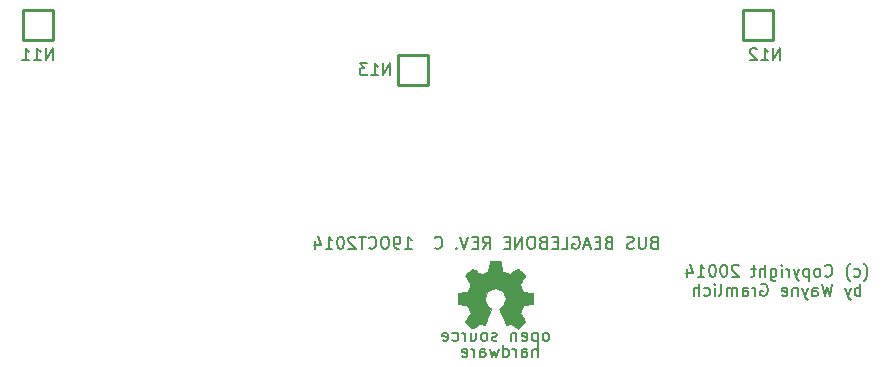
<source format=gbo>
%FSLAX36Y36*%
G04 Gerber Fmt 3.6, Leading zero omitted, Abs format (unit inch)*
G04 Created by KiCad (PCBNEW (2014-jul-16 BZR unknown)-product) date Sun 19 Oct 2014 07:04:48 PM PDT*
%MOIN*%
G01*
G04 APERTURE LIST*
%ADD10C,0.003937*%
%ADD11C,0.008000*%
%ADD12C,0.000100*%
%ADD13C,0.010000*%
G04 APERTURE END LIST*
D10*
D11*
X6077743Y-4775543D02*
X6072029Y-4777448D01*
X6070124Y-4779352D01*
X6068219Y-4783162D01*
X6068219Y-4788876D01*
X6070124Y-4792686D01*
X6072029Y-4794590D01*
X6075838Y-4796495D01*
X6091076Y-4796495D01*
X6091076Y-4756495D01*
X6077743Y-4756495D01*
X6073933Y-4758400D01*
X6072029Y-4760305D01*
X6070124Y-4764114D01*
X6070124Y-4767924D01*
X6072029Y-4771733D01*
X6073933Y-4773638D01*
X6077743Y-4775543D01*
X6091076Y-4775543D01*
X6051076Y-4756495D02*
X6051076Y-4788876D01*
X6049171Y-4792686D01*
X6047267Y-4794590D01*
X6043457Y-4796495D01*
X6035838Y-4796495D01*
X6032029Y-4794590D01*
X6030124Y-4792686D01*
X6028219Y-4788876D01*
X6028219Y-4756495D01*
X6011076Y-4794590D02*
X6005362Y-4796495D01*
X5995838Y-4796495D01*
X5992029Y-4794590D01*
X5990124Y-4792686D01*
X5988219Y-4788876D01*
X5988219Y-4785067D01*
X5990124Y-4781257D01*
X5992029Y-4779352D01*
X5995838Y-4777448D01*
X6003457Y-4775543D01*
X6007267Y-4773638D01*
X6009171Y-4771733D01*
X6011076Y-4767924D01*
X6011076Y-4764114D01*
X6009171Y-4760305D01*
X6007267Y-4758400D01*
X6003457Y-4756495D01*
X5993933Y-4756495D01*
X5988219Y-4758400D01*
X5927267Y-4775543D02*
X5921552Y-4777448D01*
X5919648Y-4779352D01*
X5917743Y-4783162D01*
X5917743Y-4788876D01*
X5919648Y-4792686D01*
X5921552Y-4794590D01*
X5925362Y-4796495D01*
X5940600Y-4796495D01*
X5940600Y-4756495D01*
X5927267Y-4756495D01*
X5923457Y-4758400D01*
X5921552Y-4760305D01*
X5919648Y-4764114D01*
X5919648Y-4767924D01*
X5921552Y-4771733D01*
X5923457Y-4773638D01*
X5927267Y-4775543D01*
X5940600Y-4775543D01*
X5900600Y-4775543D02*
X5887267Y-4775543D01*
X5881552Y-4796495D02*
X5900600Y-4796495D01*
X5900600Y-4756495D01*
X5881552Y-4756495D01*
X5866314Y-4785067D02*
X5847267Y-4785067D01*
X5870124Y-4796495D02*
X5856790Y-4756495D01*
X5843457Y-4796495D01*
X5809171Y-4758400D02*
X5812981Y-4756495D01*
X5818695Y-4756495D01*
X5824410Y-4758400D01*
X5828219Y-4762210D01*
X5830124Y-4766019D01*
X5832029Y-4773638D01*
X5832029Y-4779352D01*
X5830124Y-4786971D01*
X5828219Y-4790781D01*
X5824410Y-4794590D01*
X5818695Y-4796495D01*
X5814886Y-4796495D01*
X5809171Y-4794590D01*
X5807267Y-4792686D01*
X5807267Y-4779352D01*
X5814886Y-4779352D01*
X5771076Y-4796495D02*
X5790124Y-4796495D01*
X5790124Y-4756495D01*
X5757743Y-4775543D02*
X5744410Y-4775543D01*
X5738695Y-4796495D02*
X5757743Y-4796495D01*
X5757743Y-4756495D01*
X5738695Y-4756495D01*
X5708219Y-4775543D02*
X5702505Y-4777448D01*
X5700600Y-4779352D01*
X5698695Y-4783162D01*
X5698695Y-4788876D01*
X5700600Y-4792686D01*
X5702505Y-4794590D01*
X5706314Y-4796495D01*
X5721552Y-4796495D01*
X5721552Y-4756495D01*
X5708219Y-4756495D01*
X5704410Y-4758400D01*
X5702505Y-4760305D01*
X5700600Y-4764114D01*
X5700600Y-4767924D01*
X5702505Y-4771733D01*
X5704410Y-4773638D01*
X5708219Y-4775543D01*
X5721552Y-4775543D01*
X5673933Y-4756495D02*
X5666314Y-4756495D01*
X5662505Y-4758400D01*
X5658695Y-4762210D01*
X5656791Y-4769829D01*
X5656791Y-4783162D01*
X5658695Y-4790781D01*
X5662505Y-4794590D01*
X5666314Y-4796495D01*
X5673933Y-4796495D01*
X5677743Y-4794590D01*
X5681552Y-4790781D01*
X5683457Y-4783162D01*
X5683457Y-4769829D01*
X5681552Y-4762210D01*
X5677743Y-4758400D01*
X5673933Y-4756495D01*
X5639648Y-4796495D02*
X5639648Y-4756495D01*
X5616791Y-4796495D01*
X5616791Y-4756495D01*
X5597743Y-4775543D02*
X5584410Y-4775543D01*
X5578695Y-4796495D02*
X5597743Y-4796495D01*
X5597743Y-4756495D01*
X5578695Y-4756495D01*
X5508219Y-4796495D02*
X5521552Y-4777448D01*
X5531076Y-4796495D02*
X5531076Y-4756495D01*
X5515838Y-4756495D01*
X5512029Y-4758400D01*
X5510124Y-4760305D01*
X5508219Y-4764114D01*
X5508219Y-4769829D01*
X5510124Y-4773638D01*
X5512029Y-4775543D01*
X5515838Y-4777448D01*
X5531076Y-4777448D01*
X5491076Y-4775543D02*
X5477743Y-4775543D01*
X5472029Y-4796495D02*
X5491076Y-4796495D01*
X5491076Y-4756495D01*
X5472029Y-4756495D01*
X5460600Y-4756495D02*
X5447267Y-4796495D01*
X5433933Y-4756495D01*
X5420600Y-4792686D02*
X5418695Y-4794590D01*
X5420600Y-4796495D01*
X5422505Y-4794590D01*
X5420600Y-4792686D01*
X5420600Y-4796495D01*
X5348219Y-4792686D02*
X5350124Y-4794590D01*
X5355838Y-4796495D01*
X5359648Y-4796495D01*
X5365362Y-4794590D01*
X5369171Y-4790781D01*
X5371076Y-4786971D01*
X5372981Y-4779352D01*
X5372981Y-4773638D01*
X5371076Y-4766019D01*
X5369171Y-4762210D01*
X5365362Y-4758400D01*
X5359648Y-4756495D01*
X5355838Y-4756495D01*
X5350124Y-4758400D01*
X5348219Y-4760305D01*
X5249171Y-4796495D02*
X5272029Y-4796495D01*
X5260600Y-4796495D02*
X5260600Y-4756495D01*
X5264410Y-4762210D01*
X5268219Y-4766019D01*
X5272029Y-4767924D01*
X5230124Y-4796495D02*
X5222505Y-4796495D01*
X5218695Y-4794590D01*
X5216791Y-4792686D01*
X5212981Y-4786971D01*
X5211076Y-4779352D01*
X5211076Y-4764114D01*
X5212981Y-4760305D01*
X5214886Y-4758400D01*
X5218695Y-4756495D01*
X5226314Y-4756495D01*
X5230124Y-4758400D01*
X5232029Y-4760305D01*
X5233933Y-4764114D01*
X5233933Y-4773638D01*
X5232029Y-4777448D01*
X5230124Y-4779352D01*
X5226314Y-4781257D01*
X5218695Y-4781257D01*
X5214886Y-4779352D01*
X5212981Y-4777448D01*
X5211076Y-4773638D01*
X5186314Y-4756495D02*
X5178695Y-4756495D01*
X5174886Y-4758400D01*
X5171076Y-4762210D01*
X5169171Y-4769829D01*
X5169171Y-4783162D01*
X5171076Y-4790781D01*
X5174886Y-4794590D01*
X5178695Y-4796495D01*
X5186314Y-4796495D01*
X5190124Y-4794590D01*
X5193933Y-4790781D01*
X5195838Y-4783162D01*
X5195838Y-4769829D01*
X5193933Y-4762210D01*
X5190124Y-4758400D01*
X5186314Y-4756495D01*
X5129171Y-4792686D02*
X5131076Y-4794590D01*
X5136791Y-4796495D01*
X5140600Y-4796495D01*
X5146314Y-4794590D01*
X5150124Y-4790781D01*
X5152029Y-4786971D01*
X5153933Y-4779352D01*
X5153933Y-4773638D01*
X5152029Y-4766019D01*
X5150124Y-4762210D01*
X5146314Y-4758400D01*
X5140600Y-4756495D01*
X5136791Y-4756495D01*
X5131076Y-4758400D01*
X5129171Y-4760305D01*
X5117743Y-4756495D02*
X5094886Y-4756495D01*
X5106314Y-4796495D02*
X5106314Y-4756495D01*
X5083457Y-4760305D02*
X5081552Y-4758400D01*
X5077743Y-4756495D01*
X5068219Y-4756495D01*
X5064410Y-4758400D01*
X5062505Y-4760305D01*
X5060600Y-4764114D01*
X5060600Y-4767924D01*
X5062505Y-4773638D01*
X5085362Y-4796495D01*
X5060600Y-4796495D01*
X5035838Y-4756495D02*
X5032029Y-4756495D01*
X5028219Y-4758400D01*
X5026314Y-4760305D01*
X5024410Y-4764114D01*
X5022505Y-4771733D01*
X5022505Y-4781257D01*
X5024410Y-4788876D01*
X5026314Y-4792686D01*
X5028219Y-4794590D01*
X5032029Y-4796495D01*
X5035838Y-4796495D01*
X5039648Y-4794590D01*
X5041552Y-4792686D01*
X5043457Y-4788876D01*
X5045362Y-4781257D01*
X5045362Y-4771733D01*
X5043457Y-4764114D01*
X5041552Y-4760305D01*
X5039648Y-4758400D01*
X5035838Y-4756495D01*
X4984410Y-4796495D02*
X5007267Y-4796495D01*
X4995838Y-4796495D02*
X4995838Y-4756495D01*
X4999648Y-4762210D01*
X5003457Y-4766019D01*
X5007267Y-4767924D01*
X4950124Y-4769829D02*
X4950124Y-4796495D01*
X4959648Y-4754590D02*
X4969171Y-4783162D01*
X4944410Y-4783162D01*
X6778524Y-4904833D02*
X6780429Y-4902929D01*
X6784238Y-4897214D01*
X6786143Y-4893405D01*
X6788048Y-4887690D01*
X6789952Y-4878167D01*
X6789952Y-4870548D01*
X6788048Y-4861024D01*
X6786143Y-4855310D01*
X6784238Y-4851500D01*
X6780429Y-4845786D01*
X6778524Y-4843881D01*
X6746143Y-4887690D02*
X6749952Y-4889595D01*
X6757571Y-4889595D01*
X6761381Y-4887690D01*
X6763286Y-4885786D01*
X6765190Y-4881976D01*
X6765190Y-4870548D01*
X6763286Y-4866738D01*
X6761381Y-4864833D01*
X6757571Y-4862929D01*
X6749952Y-4862929D01*
X6746143Y-4864833D01*
X6732809Y-4904833D02*
X6730905Y-4902929D01*
X6727095Y-4897214D01*
X6725190Y-4893405D01*
X6723286Y-4887690D01*
X6721381Y-4878167D01*
X6721381Y-4870548D01*
X6723286Y-4861024D01*
X6725190Y-4855310D01*
X6727095Y-4851500D01*
X6730905Y-4845786D01*
X6732809Y-4843881D01*
X6649000Y-4885786D02*
X6650905Y-4887690D01*
X6656619Y-4889595D01*
X6660429Y-4889595D01*
X6666143Y-4887690D01*
X6669952Y-4883881D01*
X6671857Y-4880071D01*
X6673762Y-4872452D01*
X6673762Y-4866738D01*
X6671857Y-4859119D01*
X6669952Y-4855310D01*
X6666143Y-4851500D01*
X6660429Y-4849595D01*
X6656619Y-4849595D01*
X6650905Y-4851500D01*
X6649000Y-4853405D01*
X6626143Y-4889595D02*
X6629952Y-4887690D01*
X6631857Y-4885786D01*
X6633762Y-4881976D01*
X6633762Y-4870548D01*
X6631857Y-4866738D01*
X6629952Y-4864833D01*
X6626143Y-4862929D01*
X6620429Y-4862929D01*
X6616619Y-4864833D01*
X6614714Y-4866738D01*
X6612810Y-4870548D01*
X6612810Y-4881976D01*
X6614714Y-4885786D01*
X6616619Y-4887690D01*
X6620429Y-4889595D01*
X6626143Y-4889595D01*
X6595667Y-4862929D02*
X6595667Y-4902929D01*
X6595667Y-4864833D02*
X6591857Y-4862929D01*
X6584238Y-4862929D01*
X6580429Y-4864833D01*
X6578524Y-4866738D01*
X6576619Y-4870548D01*
X6576619Y-4881976D01*
X6578524Y-4885786D01*
X6580429Y-4887690D01*
X6584238Y-4889595D01*
X6591857Y-4889595D01*
X6595667Y-4887690D01*
X6563286Y-4862929D02*
X6553762Y-4889595D01*
X6544238Y-4862929D02*
X6553762Y-4889595D01*
X6557571Y-4899119D01*
X6559476Y-4901024D01*
X6563286Y-4902929D01*
X6529000Y-4889595D02*
X6529000Y-4862929D01*
X6529000Y-4870548D02*
X6527095Y-4866738D01*
X6525190Y-4864833D01*
X6521381Y-4862929D01*
X6517571Y-4862929D01*
X6504238Y-4889595D02*
X6504238Y-4862929D01*
X6504238Y-4849595D02*
X6506143Y-4851500D01*
X6504238Y-4853405D01*
X6502333Y-4851500D01*
X6504238Y-4849595D01*
X6504238Y-4853405D01*
X6468048Y-4862929D02*
X6468048Y-4895310D01*
X6469952Y-4899119D01*
X6471857Y-4901024D01*
X6475667Y-4902929D01*
X6481381Y-4902929D01*
X6485190Y-4901024D01*
X6468048Y-4887690D02*
X6471857Y-4889595D01*
X6479476Y-4889595D01*
X6483286Y-4887690D01*
X6485190Y-4885786D01*
X6487095Y-4881976D01*
X6487095Y-4870548D01*
X6485190Y-4866738D01*
X6483286Y-4864833D01*
X6479476Y-4862929D01*
X6471857Y-4862929D01*
X6468048Y-4864833D01*
X6449000Y-4889595D02*
X6449000Y-4849595D01*
X6431857Y-4889595D02*
X6431857Y-4868643D01*
X6433762Y-4864833D01*
X6437571Y-4862929D01*
X6443286Y-4862929D01*
X6447095Y-4864833D01*
X6449000Y-4866738D01*
X6418524Y-4862929D02*
X6403286Y-4862929D01*
X6412810Y-4849595D02*
X6412810Y-4883881D01*
X6410905Y-4887690D01*
X6407095Y-4889595D01*
X6403286Y-4889595D01*
X6361381Y-4853405D02*
X6359476Y-4851500D01*
X6355667Y-4849595D01*
X6346143Y-4849595D01*
X6342333Y-4851500D01*
X6340429Y-4853405D01*
X6338524Y-4857214D01*
X6338524Y-4861024D01*
X6340429Y-4866738D01*
X6363286Y-4889595D01*
X6338524Y-4889595D01*
X6313762Y-4849595D02*
X6309952Y-4849595D01*
X6306143Y-4851500D01*
X6304238Y-4853405D01*
X6302333Y-4857214D01*
X6300429Y-4864833D01*
X6300429Y-4874357D01*
X6302333Y-4881976D01*
X6304238Y-4885786D01*
X6306143Y-4887690D01*
X6309952Y-4889595D01*
X6313762Y-4889595D01*
X6317571Y-4887690D01*
X6319476Y-4885786D01*
X6321381Y-4881976D01*
X6323286Y-4874357D01*
X6323286Y-4864833D01*
X6321381Y-4857214D01*
X6319476Y-4853405D01*
X6317571Y-4851500D01*
X6313762Y-4849595D01*
X6275667Y-4849595D02*
X6271857Y-4849595D01*
X6268048Y-4851500D01*
X6266143Y-4853405D01*
X6264238Y-4857214D01*
X6262333Y-4864833D01*
X6262333Y-4874357D01*
X6264238Y-4881976D01*
X6266143Y-4885786D01*
X6268048Y-4887690D01*
X6271857Y-4889595D01*
X6275667Y-4889595D01*
X6279476Y-4887690D01*
X6281381Y-4885786D01*
X6283286Y-4881976D01*
X6285191Y-4874357D01*
X6285191Y-4864833D01*
X6283286Y-4857214D01*
X6281381Y-4853405D01*
X6279476Y-4851500D01*
X6275667Y-4849595D01*
X6224238Y-4889595D02*
X6247095Y-4889595D01*
X6235667Y-4889595D02*
X6235667Y-4849595D01*
X6239476Y-4855310D01*
X6243286Y-4859119D01*
X6247095Y-4861024D01*
X6189952Y-4862929D02*
X6189952Y-4889595D01*
X6199476Y-4847690D02*
X6209000Y-4876262D01*
X6184238Y-4876262D01*
X6767095Y-4953595D02*
X6767095Y-4913595D01*
X6767095Y-4928833D02*
X6763286Y-4926929D01*
X6755667Y-4926929D01*
X6751857Y-4928833D01*
X6749952Y-4930738D01*
X6748048Y-4934548D01*
X6748048Y-4945976D01*
X6749952Y-4949786D01*
X6751857Y-4951690D01*
X6755667Y-4953595D01*
X6763286Y-4953595D01*
X6767095Y-4951690D01*
X6734714Y-4926929D02*
X6725190Y-4953595D01*
X6715667Y-4926929D02*
X6725190Y-4953595D01*
X6729000Y-4963119D01*
X6730905Y-4965024D01*
X6734714Y-4966929D01*
X6673762Y-4913595D02*
X6664238Y-4953595D01*
X6656619Y-4925024D01*
X6649000Y-4953595D01*
X6639476Y-4913595D01*
X6607095Y-4953595D02*
X6607095Y-4932643D01*
X6609000Y-4928833D01*
X6612810Y-4926929D01*
X6620429Y-4926929D01*
X6624238Y-4928833D01*
X6607095Y-4951690D02*
X6610905Y-4953595D01*
X6620429Y-4953595D01*
X6624238Y-4951690D01*
X6626143Y-4947881D01*
X6626143Y-4944071D01*
X6624238Y-4940262D01*
X6620429Y-4938357D01*
X6610905Y-4938357D01*
X6607095Y-4936452D01*
X6591857Y-4926929D02*
X6582333Y-4953595D01*
X6572810Y-4926929D02*
X6582333Y-4953595D01*
X6586143Y-4963119D01*
X6588048Y-4965024D01*
X6591857Y-4966929D01*
X6557571Y-4926929D02*
X6557571Y-4953595D01*
X6557571Y-4930738D02*
X6555667Y-4928833D01*
X6551857Y-4926929D01*
X6546143Y-4926929D01*
X6542333Y-4928833D01*
X6540429Y-4932643D01*
X6540429Y-4953595D01*
X6506143Y-4951690D02*
X6509952Y-4953595D01*
X6517571Y-4953595D01*
X6521381Y-4951690D01*
X6523286Y-4947881D01*
X6523286Y-4932643D01*
X6521381Y-4928833D01*
X6517571Y-4926929D01*
X6509952Y-4926929D01*
X6506143Y-4928833D01*
X6504238Y-4932643D01*
X6504238Y-4936452D01*
X6523286Y-4940262D01*
X6435667Y-4915500D02*
X6439476Y-4913595D01*
X6445191Y-4913595D01*
X6450905Y-4915500D01*
X6454714Y-4919310D01*
X6456619Y-4923119D01*
X6458524Y-4930738D01*
X6458524Y-4936452D01*
X6456619Y-4944071D01*
X6454714Y-4947881D01*
X6450905Y-4951690D01*
X6445191Y-4953595D01*
X6441381Y-4953595D01*
X6435667Y-4951690D01*
X6433762Y-4949786D01*
X6433762Y-4936452D01*
X6441381Y-4936452D01*
X6416619Y-4953595D02*
X6416619Y-4926929D01*
X6416619Y-4934548D02*
X6414714Y-4930738D01*
X6412810Y-4928833D01*
X6409000Y-4926929D01*
X6405191Y-4926929D01*
X6374714Y-4953595D02*
X6374714Y-4932643D01*
X6376619Y-4928833D01*
X6380429Y-4926929D01*
X6388048Y-4926929D01*
X6391857Y-4928833D01*
X6374714Y-4951690D02*
X6378524Y-4953595D01*
X6388048Y-4953595D01*
X6391857Y-4951690D01*
X6393762Y-4947881D01*
X6393762Y-4944071D01*
X6391857Y-4940262D01*
X6388048Y-4938357D01*
X6378524Y-4938357D01*
X6374714Y-4936452D01*
X6355667Y-4953595D02*
X6355667Y-4926929D01*
X6355667Y-4930738D02*
X6353762Y-4928833D01*
X6349952Y-4926929D01*
X6344238Y-4926929D01*
X6340429Y-4928833D01*
X6338524Y-4932643D01*
X6338524Y-4953595D01*
X6338524Y-4932643D02*
X6336619Y-4928833D01*
X6332810Y-4926929D01*
X6327095Y-4926929D01*
X6323286Y-4928833D01*
X6321381Y-4932643D01*
X6321381Y-4953595D01*
X6296619Y-4953595D02*
X6300429Y-4951690D01*
X6302333Y-4947881D01*
X6302333Y-4913595D01*
X6281381Y-4953595D02*
X6281381Y-4926929D01*
X6281381Y-4913595D02*
X6283286Y-4915500D01*
X6281381Y-4917405D01*
X6279476Y-4915500D01*
X6281381Y-4913595D01*
X6281381Y-4917405D01*
X6245191Y-4951690D02*
X6249000Y-4953595D01*
X6256619Y-4953595D01*
X6260429Y-4951690D01*
X6262333Y-4949786D01*
X6264238Y-4945976D01*
X6264238Y-4934548D01*
X6262333Y-4930738D01*
X6260429Y-4928833D01*
X6256619Y-4926929D01*
X6249000Y-4926929D01*
X6245191Y-4928833D01*
X6228048Y-4953595D02*
X6228048Y-4913595D01*
X6210905Y-4953595D02*
X6210905Y-4932643D01*
X6212810Y-4928833D01*
X6216619Y-4926929D01*
X6222333Y-4926929D01*
X6226143Y-4928833D01*
X6228048Y-4930738D01*
X5691014Y-5157395D02*
X5691014Y-5117395D01*
X5673871Y-5157395D02*
X5673871Y-5136443D01*
X5675776Y-5132633D01*
X5679586Y-5130729D01*
X5685300Y-5130729D01*
X5689109Y-5132633D01*
X5691014Y-5134538D01*
X5637681Y-5157395D02*
X5637681Y-5136443D01*
X5639586Y-5132633D01*
X5643395Y-5130729D01*
X5651014Y-5130729D01*
X5654824Y-5132633D01*
X5637681Y-5155490D02*
X5641490Y-5157395D01*
X5651014Y-5157395D01*
X5654824Y-5155490D01*
X5656729Y-5151681D01*
X5656729Y-5147871D01*
X5654824Y-5144062D01*
X5651014Y-5142157D01*
X5641490Y-5142157D01*
X5637681Y-5140252D01*
X5618633Y-5157395D02*
X5618633Y-5130729D01*
X5618633Y-5138348D02*
X5616729Y-5134538D01*
X5614824Y-5132633D01*
X5611014Y-5130729D01*
X5607205Y-5130729D01*
X5576729Y-5157395D02*
X5576729Y-5117395D01*
X5576729Y-5155490D02*
X5580538Y-5157395D01*
X5588157Y-5157395D01*
X5591967Y-5155490D01*
X5593871Y-5153586D01*
X5595776Y-5149776D01*
X5595776Y-5138348D01*
X5593871Y-5134538D01*
X5591967Y-5132633D01*
X5588157Y-5130729D01*
X5580538Y-5130729D01*
X5576729Y-5132633D01*
X5561490Y-5130729D02*
X5553871Y-5157395D01*
X5546252Y-5138348D01*
X5538633Y-5157395D01*
X5531014Y-5130729D01*
X5498633Y-5157395D02*
X5498633Y-5136443D01*
X5500538Y-5132633D01*
X5504348Y-5130729D01*
X5511967Y-5130729D01*
X5515776Y-5132633D01*
X5498633Y-5155490D02*
X5502443Y-5157395D01*
X5511967Y-5157395D01*
X5515776Y-5155490D01*
X5517681Y-5151681D01*
X5517681Y-5147871D01*
X5515776Y-5144062D01*
X5511967Y-5142157D01*
X5502443Y-5142157D01*
X5498633Y-5140252D01*
X5479586Y-5157395D02*
X5479586Y-5130729D01*
X5479586Y-5138348D02*
X5477681Y-5134538D01*
X5475776Y-5132633D01*
X5471967Y-5130729D01*
X5468157Y-5130729D01*
X5439586Y-5155490D02*
X5443395Y-5157395D01*
X5451014Y-5157395D01*
X5454824Y-5155490D01*
X5456729Y-5151681D01*
X5456729Y-5136443D01*
X5454824Y-5132633D01*
X5451014Y-5130729D01*
X5443395Y-5130729D01*
X5439586Y-5132633D01*
X5437681Y-5136443D01*
X5437681Y-5140252D01*
X5456729Y-5144062D01*
X5721476Y-5103595D02*
X5725286Y-5101690D01*
X5727190Y-5099786D01*
X5729095Y-5095976D01*
X5729095Y-5084548D01*
X5727190Y-5080738D01*
X5725286Y-5078833D01*
X5721476Y-5076929D01*
X5715762Y-5076929D01*
X5711952Y-5078833D01*
X5710048Y-5080738D01*
X5708143Y-5084548D01*
X5708143Y-5095976D01*
X5710048Y-5099786D01*
X5711952Y-5101690D01*
X5715762Y-5103595D01*
X5721476Y-5103595D01*
X5691000Y-5076929D02*
X5691000Y-5116929D01*
X5691000Y-5078833D02*
X5687190Y-5076929D01*
X5679571Y-5076929D01*
X5675762Y-5078833D01*
X5673857Y-5080738D01*
X5671952Y-5084548D01*
X5671952Y-5095976D01*
X5673857Y-5099786D01*
X5675762Y-5101690D01*
X5679571Y-5103595D01*
X5687190Y-5103595D01*
X5691000Y-5101690D01*
X5639571Y-5101690D02*
X5643381Y-5103595D01*
X5651000Y-5103595D01*
X5654809Y-5101690D01*
X5656714Y-5097881D01*
X5656714Y-5082643D01*
X5654809Y-5078833D01*
X5651000Y-5076929D01*
X5643381Y-5076929D01*
X5639571Y-5078833D01*
X5637667Y-5082643D01*
X5637667Y-5086452D01*
X5656714Y-5090262D01*
X5620524Y-5076929D02*
X5620524Y-5103595D01*
X5620524Y-5080738D02*
X5618619Y-5078833D01*
X5614809Y-5076929D01*
X5609095Y-5076929D01*
X5605286Y-5078833D01*
X5603381Y-5082643D01*
X5603381Y-5103595D01*
X5555762Y-5101690D02*
X5551952Y-5103595D01*
X5544333Y-5103595D01*
X5540524Y-5101690D01*
X5538619Y-5097881D01*
X5538619Y-5095976D01*
X5540524Y-5092167D01*
X5544333Y-5090262D01*
X5550048Y-5090262D01*
X5553857Y-5088357D01*
X5555762Y-5084548D01*
X5555762Y-5082643D01*
X5553857Y-5078833D01*
X5550048Y-5076929D01*
X5544333Y-5076929D01*
X5540524Y-5078833D01*
X5515762Y-5103595D02*
X5519571Y-5101690D01*
X5521476Y-5099786D01*
X5523381Y-5095976D01*
X5523381Y-5084548D01*
X5521476Y-5080738D01*
X5519571Y-5078833D01*
X5515762Y-5076929D01*
X5510048Y-5076929D01*
X5506238Y-5078833D01*
X5504333Y-5080738D01*
X5502429Y-5084548D01*
X5502429Y-5095976D01*
X5504333Y-5099786D01*
X5506238Y-5101690D01*
X5510048Y-5103595D01*
X5515762Y-5103595D01*
X5468143Y-5076929D02*
X5468143Y-5103595D01*
X5485286Y-5076929D02*
X5485286Y-5097881D01*
X5483381Y-5101690D01*
X5479571Y-5103595D01*
X5473857Y-5103595D01*
X5470048Y-5101690D01*
X5468143Y-5099786D01*
X5449095Y-5103595D02*
X5449095Y-5076929D01*
X5449095Y-5084548D02*
X5447190Y-5080738D01*
X5445286Y-5078833D01*
X5441476Y-5076929D01*
X5437667Y-5076929D01*
X5407191Y-5101690D02*
X5411000Y-5103595D01*
X5418619Y-5103595D01*
X5422429Y-5101690D01*
X5424333Y-5099786D01*
X5426238Y-5095976D01*
X5426238Y-5084548D01*
X5424333Y-5080738D01*
X5422429Y-5078833D01*
X5418619Y-5076929D01*
X5411000Y-5076929D01*
X5407191Y-5078833D01*
X5374810Y-5101690D02*
X5378619Y-5103595D01*
X5386238Y-5103595D01*
X5390048Y-5101690D01*
X5391952Y-5097881D01*
X5391952Y-5082643D01*
X5390048Y-5078833D01*
X5386238Y-5076929D01*
X5378619Y-5076929D01*
X5374810Y-5078833D01*
X5372905Y-5082643D01*
X5372905Y-5086452D01*
X5391952Y-5090262D01*
D12*
G36*
X5625800Y-5062300D02*
X5624400Y-5061600D01*
X5621500Y-5059700D01*
X5617300Y-5057000D01*
X5612400Y-5053700D01*
X5607500Y-5050300D01*
X5603400Y-5047600D01*
X5600500Y-5045800D01*
X5599300Y-5045100D01*
X5598700Y-5045400D01*
X5596300Y-5046500D01*
X5592900Y-5048300D01*
X5591000Y-5049300D01*
X5587800Y-5050700D01*
X5586300Y-5050900D01*
X5586000Y-5050500D01*
X5584900Y-5048100D01*
X5583100Y-5044000D01*
X5580700Y-5038600D01*
X5578000Y-5032200D01*
X5575100Y-5025400D01*
X5572200Y-5018400D01*
X5569400Y-5011800D01*
X5567000Y-5005800D01*
X5565000Y-5000900D01*
X5563700Y-4997500D01*
X5563300Y-4996100D01*
X5563400Y-4995800D01*
X5565000Y-4994200D01*
X5567700Y-4992200D01*
X5573600Y-4987400D01*
X5579500Y-4980100D01*
X5583000Y-4971800D01*
X5584200Y-4962600D01*
X5583200Y-4954100D01*
X5579800Y-4945900D01*
X5574100Y-4938600D01*
X5567200Y-4933100D01*
X5559100Y-4929600D01*
X5550000Y-4928500D01*
X5541300Y-4929500D01*
X5532900Y-4932800D01*
X5525600Y-4938400D01*
X5522500Y-4942000D01*
X5518200Y-4949500D01*
X5515700Y-4957400D01*
X5515500Y-4959500D01*
X5515800Y-4968200D01*
X5518400Y-4976600D01*
X5523100Y-4984200D01*
X5529500Y-4990300D01*
X5530300Y-4990900D01*
X5533300Y-4993100D01*
X5535300Y-4994700D01*
X5536800Y-4996000D01*
X5525700Y-5022900D01*
X5523900Y-5027200D01*
X5520800Y-5034500D01*
X5518100Y-5040800D01*
X5516000Y-5045900D01*
X5514500Y-5049300D01*
X5513800Y-5050600D01*
X5513700Y-5050700D01*
X5512800Y-5050900D01*
X5510700Y-5050100D01*
X5507000Y-5048300D01*
X5504500Y-5047000D01*
X5501600Y-5045600D01*
X5500300Y-5045100D01*
X5499200Y-5045700D01*
X5496500Y-5047500D01*
X5492500Y-5050200D01*
X5487700Y-5053400D01*
X5483100Y-5056600D01*
X5478900Y-5059300D01*
X5475800Y-5061300D01*
X5474300Y-5062100D01*
X5474100Y-5062100D01*
X5472700Y-5061400D01*
X5470300Y-5059300D01*
X5466700Y-5055900D01*
X5461500Y-5050800D01*
X5460700Y-5050000D01*
X5456400Y-5045600D01*
X5453000Y-5042000D01*
X5450600Y-5039400D01*
X5449800Y-5038200D01*
X5449800Y-5038200D01*
X5450600Y-5036800D01*
X5452500Y-5033700D01*
X5455300Y-5029400D01*
X5458700Y-5024400D01*
X5467600Y-5011500D01*
X5462700Y-4999300D01*
X5461200Y-4995500D01*
X5459300Y-4991000D01*
X5457900Y-4987800D01*
X5457200Y-4986300D01*
X5455800Y-4985900D01*
X5452500Y-4985100D01*
X5447700Y-4984100D01*
X5441900Y-4983000D01*
X5436400Y-4982000D01*
X5431400Y-4981000D01*
X5427800Y-4980300D01*
X5426200Y-4980000D01*
X5425800Y-4979800D01*
X5425500Y-4979000D01*
X5425200Y-4977300D01*
X5425100Y-4974300D01*
X5425100Y-4969500D01*
X5425100Y-4962600D01*
X5425100Y-4961900D01*
X5425100Y-4955300D01*
X5425200Y-4950100D01*
X5425400Y-4946700D01*
X5425600Y-4945300D01*
X5425700Y-4945300D01*
X5427200Y-4944900D01*
X5430700Y-4944200D01*
X5435700Y-4943200D01*
X5441600Y-4942100D01*
X5442000Y-4942000D01*
X5447900Y-4940900D01*
X5452900Y-4939800D01*
X5456300Y-4939000D01*
X5457800Y-4938600D01*
X5458100Y-4938200D01*
X5459300Y-4935900D01*
X5461000Y-4932200D01*
X5463000Y-4927700D01*
X5464900Y-4923100D01*
X5466600Y-4918900D01*
X5467700Y-4915800D01*
X5468000Y-4914400D01*
X5468000Y-4914300D01*
X5467100Y-4912900D01*
X5465100Y-4909900D01*
X5462200Y-4905600D01*
X5458800Y-4900600D01*
X5458500Y-4900200D01*
X5455100Y-4895200D01*
X5452300Y-4891000D01*
X5450500Y-4888000D01*
X5449800Y-4886600D01*
X5449800Y-4886500D01*
X5450900Y-4885000D01*
X5453500Y-4882200D01*
X5457100Y-4878400D01*
X5461500Y-4874000D01*
X5462900Y-4872600D01*
X5467800Y-4867900D01*
X5471100Y-4864700D01*
X5473200Y-4863100D01*
X5474200Y-4862700D01*
X5474300Y-4862800D01*
X5475800Y-4863700D01*
X5478900Y-4865700D01*
X5483200Y-4868600D01*
X5488300Y-4872100D01*
X5488700Y-4872300D01*
X5493600Y-4875700D01*
X5497800Y-4878500D01*
X5500800Y-4880500D01*
X5502100Y-4881300D01*
X5502300Y-4881300D01*
X5504300Y-4880700D01*
X5507900Y-4879400D01*
X5512200Y-4877700D01*
X5516900Y-4875900D01*
X5521100Y-4874100D01*
X5524200Y-4872600D01*
X5525700Y-4871800D01*
X5525700Y-4871700D01*
X5526300Y-4869900D01*
X5527100Y-4866200D01*
X5528200Y-4861100D01*
X5529400Y-4854900D01*
X5529500Y-4854000D01*
X5530700Y-4848000D01*
X5531600Y-4843100D01*
X5532300Y-4839700D01*
X5532700Y-4838300D01*
X5533500Y-4838100D01*
X5536400Y-4837900D01*
X5540900Y-4837800D01*
X5546200Y-4837700D01*
X5551900Y-4837700D01*
X5557400Y-4837900D01*
X5562100Y-4838000D01*
X5565500Y-4838300D01*
X5566900Y-4838500D01*
X5566900Y-4838600D01*
X5567500Y-4840500D01*
X5568300Y-4844200D01*
X5569300Y-4849400D01*
X5570500Y-4855500D01*
X5570700Y-4856600D01*
X5571800Y-4862500D01*
X5572800Y-4867400D01*
X5573600Y-4870800D01*
X5573900Y-4872100D01*
X5574500Y-4872400D01*
X5576900Y-4873400D01*
X5580900Y-4875100D01*
X5585800Y-4877100D01*
X5597300Y-4881700D01*
X5611300Y-4872100D01*
X5612600Y-4871200D01*
X5617600Y-4867800D01*
X5621800Y-4865000D01*
X5624700Y-4863200D01*
X5625900Y-4862500D01*
X5626000Y-4862500D01*
X5627400Y-4863800D01*
X5630100Y-4866400D01*
X5633900Y-4870100D01*
X5638400Y-4874500D01*
X5641600Y-4877700D01*
X5645500Y-4881700D01*
X5647900Y-4884300D01*
X5649300Y-4886000D01*
X5649800Y-4887000D01*
X5649600Y-4887700D01*
X5648700Y-4889200D01*
X5646700Y-4892200D01*
X5643800Y-4896500D01*
X5640400Y-4901500D01*
X5637600Y-4905600D01*
X5634500Y-4910300D01*
X5632500Y-4913700D01*
X5631800Y-4915300D01*
X5632000Y-4916000D01*
X5633000Y-4918800D01*
X5634700Y-4922900D01*
X5636800Y-4927900D01*
X5641600Y-4939000D01*
X5648900Y-4940400D01*
X5653300Y-4941200D01*
X5659500Y-4942400D01*
X5665400Y-4943500D01*
X5674600Y-4945300D01*
X5675000Y-4979200D01*
X5673500Y-4979800D01*
X5672200Y-4980100D01*
X5668800Y-4980900D01*
X5663900Y-4981900D01*
X5658100Y-4982900D01*
X5653200Y-4983900D01*
X5648300Y-4984800D01*
X5644700Y-4985500D01*
X5643200Y-4985800D01*
X5642800Y-4986300D01*
X5641500Y-4988700D01*
X5639800Y-4992500D01*
X5637800Y-4997100D01*
X5635800Y-5001900D01*
X5634100Y-5006200D01*
X5632900Y-5009600D01*
X5632400Y-5011300D01*
X5633100Y-5012600D01*
X5635000Y-5015500D01*
X5637700Y-5019600D01*
X5641100Y-5024500D01*
X5644400Y-5029400D01*
X5647200Y-5033600D01*
X5649200Y-5036700D01*
X5650000Y-5038000D01*
X5649600Y-5039000D01*
X5647700Y-5041300D01*
X5644000Y-5045200D01*
X5638500Y-5050600D01*
X5637600Y-5051500D01*
X5633200Y-5055700D01*
X5629500Y-5059100D01*
X5626900Y-5061400D01*
X5625800Y-5062300D01*
X5625800Y-5062300D01*
G37*
X5625800Y-5062300D02*
X5624400Y-5061600D01*
X5621500Y-5059700D01*
X5617300Y-5057000D01*
X5612400Y-5053700D01*
X5607500Y-5050300D01*
X5603400Y-5047600D01*
X5600500Y-5045800D01*
X5599300Y-5045100D01*
X5598700Y-5045400D01*
X5596300Y-5046500D01*
X5592900Y-5048300D01*
X5591000Y-5049300D01*
X5587800Y-5050700D01*
X5586300Y-5050900D01*
X5586000Y-5050500D01*
X5584900Y-5048100D01*
X5583100Y-5044000D01*
X5580700Y-5038600D01*
X5578000Y-5032200D01*
X5575100Y-5025400D01*
X5572200Y-5018400D01*
X5569400Y-5011800D01*
X5567000Y-5005800D01*
X5565000Y-5000900D01*
X5563700Y-4997500D01*
X5563300Y-4996100D01*
X5563400Y-4995800D01*
X5565000Y-4994200D01*
X5567700Y-4992200D01*
X5573600Y-4987400D01*
X5579500Y-4980100D01*
X5583000Y-4971800D01*
X5584200Y-4962600D01*
X5583200Y-4954100D01*
X5579800Y-4945900D01*
X5574100Y-4938600D01*
X5567200Y-4933100D01*
X5559100Y-4929600D01*
X5550000Y-4928500D01*
X5541300Y-4929500D01*
X5532900Y-4932800D01*
X5525600Y-4938400D01*
X5522500Y-4942000D01*
X5518200Y-4949500D01*
X5515700Y-4957400D01*
X5515500Y-4959500D01*
X5515800Y-4968200D01*
X5518400Y-4976600D01*
X5523100Y-4984200D01*
X5529500Y-4990300D01*
X5530300Y-4990900D01*
X5533300Y-4993100D01*
X5535300Y-4994700D01*
X5536800Y-4996000D01*
X5525700Y-5022900D01*
X5523900Y-5027200D01*
X5520800Y-5034500D01*
X5518100Y-5040800D01*
X5516000Y-5045900D01*
X5514500Y-5049300D01*
X5513800Y-5050600D01*
X5513700Y-5050700D01*
X5512800Y-5050900D01*
X5510700Y-5050100D01*
X5507000Y-5048300D01*
X5504500Y-5047000D01*
X5501600Y-5045600D01*
X5500300Y-5045100D01*
X5499200Y-5045700D01*
X5496500Y-5047500D01*
X5492500Y-5050200D01*
X5487700Y-5053400D01*
X5483100Y-5056600D01*
X5478900Y-5059300D01*
X5475800Y-5061300D01*
X5474300Y-5062100D01*
X5474100Y-5062100D01*
X5472700Y-5061400D01*
X5470300Y-5059300D01*
X5466700Y-5055900D01*
X5461500Y-5050800D01*
X5460700Y-5050000D01*
X5456400Y-5045600D01*
X5453000Y-5042000D01*
X5450600Y-5039400D01*
X5449800Y-5038200D01*
X5449800Y-5038200D01*
X5450600Y-5036800D01*
X5452500Y-5033700D01*
X5455300Y-5029400D01*
X5458700Y-5024400D01*
X5467600Y-5011500D01*
X5462700Y-4999300D01*
X5461200Y-4995500D01*
X5459300Y-4991000D01*
X5457900Y-4987800D01*
X5457200Y-4986300D01*
X5455800Y-4985900D01*
X5452500Y-4985100D01*
X5447700Y-4984100D01*
X5441900Y-4983000D01*
X5436400Y-4982000D01*
X5431400Y-4981000D01*
X5427800Y-4980300D01*
X5426200Y-4980000D01*
X5425800Y-4979800D01*
X5425500Y-4979000D01*
X5425200Y-4977300D01*
X5425100Y-4974300D01*
X5425100Y-4969500D01*
X5425100Y-4962600D01*
X5425100Y-4961900D01*
X5425100Y-4955300D01*
X5425200Y-4950100D01*
X5425400Y-4946700D01*
X5425600Y-4945300D01*
X5425700Y-4945300D01*
X5427200Y-4944900D01*
X5430700Y-4944200D01*
X5435700Y-4943200D01*
X5441600Y-4942100D01*
X5442000Y-4942000D01*
X5447900Y-4940900D01*
X5452900Y-4939800D01*
X5456300Y-4939000D01*
X5457800Y-4938600D01*
X5458100Y-4938200D01*
X5459300Y-4935900D01*
X5461000Y-4932200D01*
X5463000Y-4927700D01*
X5464900Y-4923100D01*
X5466600Y-4918900D01*
X5467700Y-4915800D01*
X5468000Y-4914400D01*
X5468000Y-4914300D01*
X5467100Y-4912900D01*
X5465100Y-4909900D01*
X5462200Y-4905600D01*
X5458800Y-4900600D01*
X5458500Y-4900200D01*
X5455100Y-4895200D01*
X5452300Y-4891000D01*
X5450500Y-4888000D01*
X5449800Y-4886600D01*
X5449800Y-4886500D01*
X5450900Y-4885000D01*
X5453500Y-4882200D01*
X5457100Y-4878400D01*
X5461500Y-4874000D01*
X5462900Y-4872600D01*
X5467800Y-4867900D01*
X5471100Y-4864700D01*
X5473200Y-4863100D01*
X5474200Y-4862700D01*
X5474300Y-4862800D01*
X5475800Y-4863700D01*
X5478900Y-4865700D01*
X5483200Y-4868600D01*
X5488300Y-4872100D01*
X5488700Y-4872300D01*
X5493600Y-4875700D01*
X5497800Y-4878500D01*
X5500800Y-4880500D01*
X5502100Y-4881300D01*
X5502300Y-4881300D01*
X5504300Y-4880700D01*
X5507900Y-4879400D01*
X5512200Y-4877700D01*
X5516900Y-4875900D01*
X5521100Y-4874100D01*
X5524200Y-4872600D01*
X5525700Y-4871800D01*
X5525700Y-4871700D01*
X5526300Y-4869900D01*
X5527100Y-4866200D01*
X5528200Y-4861100D01*
X5529400Y-4854900D01*
X5529500Y-4854000D01*
X5530700Y-4848000D01*
X5531600Y-4843100D01*
X5532300Y-4839700D01*
X5532700Y-4838300D01*
X5533500Y-4838100D01*
X5536400Y-4837900D01*
X5540900Y-4837800D01*
X5546200Y-4837700D01*
X5551900Y-4837700D01*
X5557400Y-4837900D01*
X5562100Y-4838000D01*
X5565500Y-4838300D01*
X5566900Y-4838500D01*
X5566900Y-4838600D01*
X5567500Y-4840500D01*
X5568300Y-4844200D01*
X5569300Y-4849400D01*
X5570500Y-4855500D01*
X5570700Y-4856600D01*
X5571800Y-4862500D01*
X5572800Y-4867400D01*
X5573600Y-4870800D01*
X5573900Y-4872100D01*
X5574500Y-4872400D01*
X5576900Y-4873400D01*
X5580900Y-4875100D01*
X5585800Y-4877100D01*
X5597300Y-4881700D01*
X5611300Y-4872100D01*
X5612600Y-4871200D01*
X5617600Y-4867800D01*
X5621800Y-4865000D01*
X5624700Y-4863200D01*
X5625900Y-4862500D01*
X5626000Y-4862500D01*
X5627400Y-4863800D01*
X5630100Y-4866400D01*
X5633900Y-4870100D01*
X5638400Y-4874500D01*
X5641600Y-4877700D01*
X5645500Y-4881700D01*
X5647900Y-4884300D01*
X5649300Y-4886000D01*
X5649800Y-4887000D01*
X5649600Y-4887700D01*
X5648700Y-4889200D01*
X5646700Y-4892200D01*
X5643800Y-4896500D01*
X5640400Y-4901500D01*
X5637600Y-4905600D01*
X5634500Y-4910300D01*
X5632500Y-4913700D01*
X5631800Y-4915300D01*
X5632000Y-4916000D01*
X5633000Y-4918800D01*
X5634700Y-4922900D01*
X5636800Y-4927900D01*
X5641600Y-4939000D01*
X5648900Y-4940400D01*
X5653300Y-4941200D01*
X5659500Y-4942400D01*
X5665400Y-4943500D01*
X5674600Y-4945300D01*
X5675000Y-4979200D01*
X5673500Y-4979800D01*
X5672200Y-4980100D01*
X5668800Y-4980900D01*
X5663900Y-4981900D01*
X5658100Y-4982900D01*
X5653200Y-4983900D01*
X5648300Y-4984800D01*
X5644700Y-4985500D01*
X5643200Y-4985800D01*
X5642800Y-4986300D01*
X5641500Y-4988700D01*
X5639800Y-4992500D01*
X5637800Y-4997100D01*
X5635800Y-5001900D01*
X5634100Y-5006200D01*
X5632900Y-5009600D01*
X5632400Y-5011300D01*
X5633100Y-5012600D01*
X5635000Y-5015500D01*
X5637700Y-5019600D01*
X5641100Y-5024500D01*
X5644400Y-5029400D01*
X5647200Y-5033600D01*
X5649200Y-5036700D01*
X5650000Y-5038000D01*
X5649600Y-5039000D01*
X5647700Y-5041300D01*
X5644000Y-5045200D01*
X5638500Y-5050600D01*
X5637600Y-5051500D01*
X5633200Y-5055700D01*
X5629500Y-5059100D01*
X5626900Y-5061400D01*
X5625800Y-5062300D01*
D13*
X3975000Y-4100000D02*
X3975000Y-4000000D01*
X3975000Y-4000000D02*
X4075000Y-4000000D01*
X4075000Y-4000000D02*
X4075000Y-4100000D01*
X4075000Y-4100000D02*
X3975000Y-4100000D01*
X6375000Y-4100000D02*
X6375000Y-4000000D01*
X6375000Y-4000000D02*
X6475000Y-4000000D01*
X6475000Y-4000000D02*
X6475000Y-4100000D01*
X6475000Y-4100000D02*
X6375000Y-4100000D01*
X5225000Y-4250000D02*
X5225000Y-4150000D01*
X5225000Y-4150000D02*
X5325000Y-4150000D01*
X5325000Y-4150000D02*
X5325000Y-4250000D01*
X5325000Y-4250000D02*
X5225000Y-4250000D01*
D11*
X4074524Y-4168095D02*
X4074524Y-4128095D01*
X4051667Y-4168095D01*
X4051667Y-4128095D01*
X4011667Y-4168095D02*
X4034524Y-4168095D01*
X4023095Y-4168095D02*
X4023095Y-4128095D01*
X4026905Y-4133810D01*
X4030714Y-4137619D01*
X4034524Y-4139524D01*
X3973571Y-4168095D02*
X3996429Y-4168095D01*
X3985000Y-4168095D02*
X3985000Y-4128095D01*
X3988809Y-4133810D01*
X3992619Y-4137619D01*
X3996429Y-4139524D01*
X6499524Y-4168095D02*
X6499524Y-4128095D01*
X6476667Y-4168095D01*
X6476667Y-4128095D01*
X6436667Y-4168095D02*
X6459524Y-4168095D01*
X6448095Y-4168095D02*
X6448095Y-4128095D01*
X6451905Y-4133810D01*
X6455714Y-4137619D01*
X6459524Y-4139524D01*
X6421429Y-4131905D02*
X6419524Y-4130000D01*
X6415714Y-4128095D01*
X6406190Y-4128095D01*
X6402381Y-4130000D01*
X6400476Y-4131905D01*
X6398571Y-4135714D01*
X6398571Y-4139524D01*
X6400476Y-4145238D01*
X6423333Y-4168095D01*
X6398571Y-4168095D01*
X5199524Y-4218095D02*
X5199524Y-4178095D01*
X5176667Y-4218095D01*
X5176667Y-4178095D01*
X5136667Y-4218095D02*
X5159524Y-4218095D01*
X5148095Y-4218095D02*
X5148095Y-4178095D01*
X5151905Y-4183810D01*
X5155714Y-4187619D01*
X5159524Y-4189524D01*
X5123333Y-4178095D02*
X5098571Y-4178095D01*
X5111905Y-4193333D01*
X5106190Y-4193333D01*
X5102381Y-4195238D01*
X5100476Y-4197143D01*
X5098571Y-4200952D01*
X5098571Y-4210476D01*
X5100476Y-4214286D01*
X5102381Y-4216190D01*
X5106190Y-4218095D01*
X5117619Y-4218095D01*
X5121429Y-4216190D01*
X5123333Y-4214286D01*
M02*

</source>
